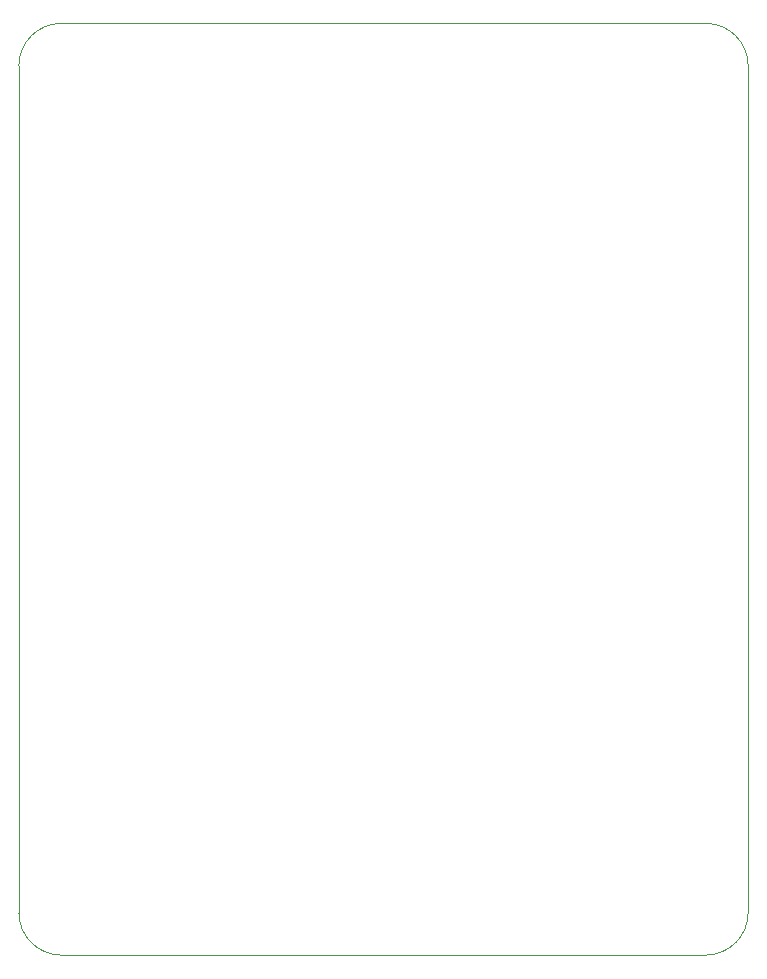
<source format=gbr>
%TF.GenerationSoftware,KiCad,Pcbnew,6.0.6-3a73a75311~116~ubuntu22.04.1*%
%TF.CreationDate,2022-08-13T00:33:13+05:30*%
%TF.ProjectId,esp32_breakout_board,65737033-325f-4627-9265-616b6f75745f,rev?*%
%TF.SameCoordinates,Original*%
%TF.FileFunction,Profile,NP*%
%FSLAX46Y46*%
G04 Gerber Fmt 4.6, Leading zero omitted, Abs format (unit mm)*
G04 Created by KiCad (PCBNEW 6.0.6-3a73a75311~116~ubuntu22.04.1) date 2022-08-13 00:33:13*
%MOMM*%
%LPD*%
G01*
G04 APERTURE LIST*
%TA.AperFunction,Profile*%
%ADD10C,0.100000*%
%TD*%
G04 APERTURE END LIST*
D10*
X113755898Y-127292100D02*
G75*
G03*
X117348000Y-123700000I2J3592100D01*
G01*
X117348002Y-52000000D02*
G75*
G03*
X113755898Y-48407898I-3592102J0D01*
G01*
X55600000Y-52000000D02*
X55600000Y-123700000D01*
X59192102Y-48407898D02*
X113755898Y-48407898D01*
X55599998Y-123700000D02*
G75*
G03*
X59192102Y-127292102I3592102J0D01*
G01*
X59192102Y-48407900D02*
G75*
G03*
X55600000Y-52000000I-2J-3592100D01*
G01*
X59192102Y-127292102D02*
X113755898Y-127292102D01*
X117348000Y-52000000D02*
X117348000Y-123700000D01*
M02*

</source>
